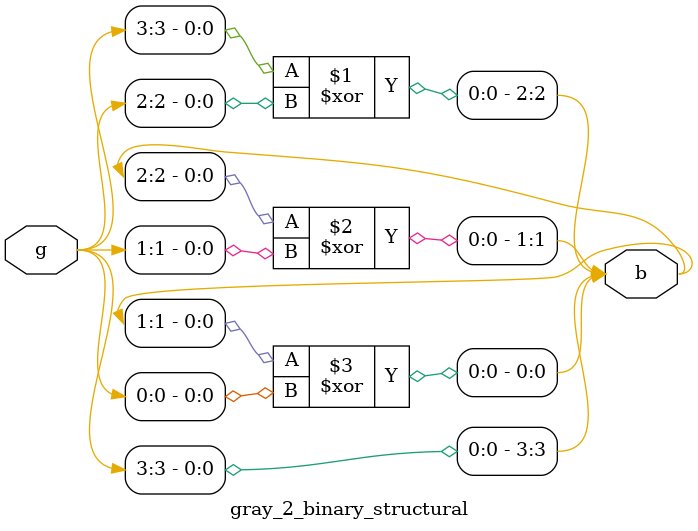
<source format=v>
module gray_2_binary_structural(output [3:0]b,input [3:0]g);
	assign b[3]=g[3];
	xor x1 (b[2],g[3],g[2]);
	xor x2 (b[1],b[2],g[1]);
	xor x3 (b[0],b[1],g[0]);
endmodule 
</source>
